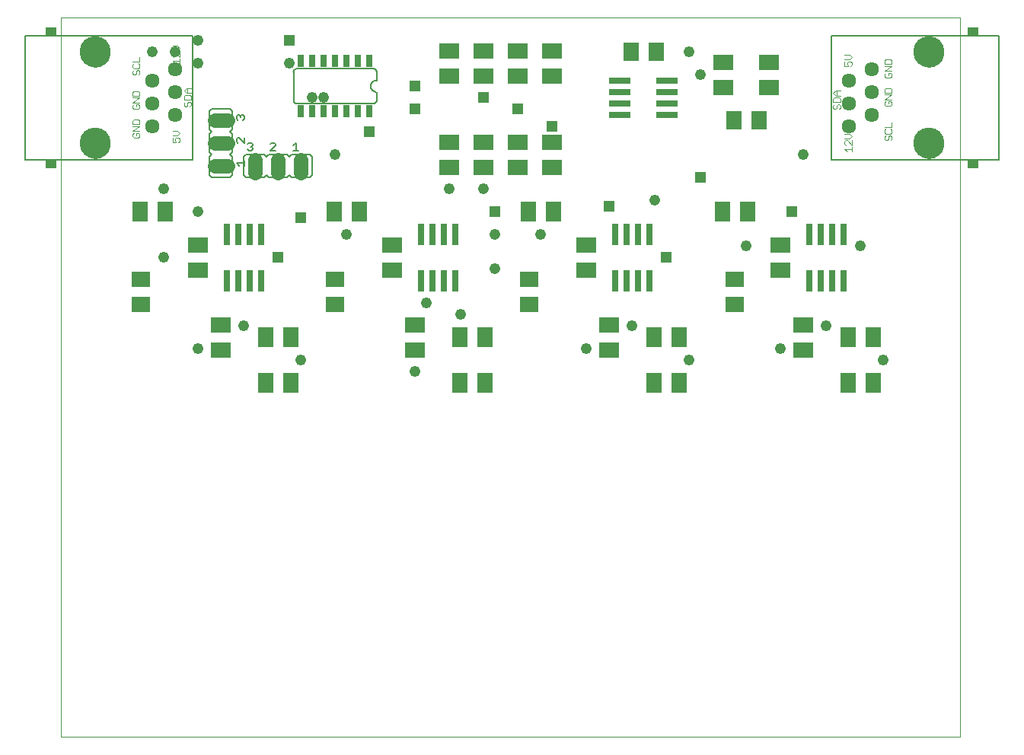
<source format=gto>
G75*
%MOIN*%
%OFA0B0*%
%FSLAX24Y24*%
%IPPOS*%
%LPD*%
%AMOC8*
5,1,8,0,0,1.08239X$1,22.5*
%
%ADD10C,0.0000*%
%ADD11R,0.0867X0.0710*%
%ADD12R,0.0710X0.0867*%
%ADD13R,0.0710X0.0789*%
%ADD14R,0.0789X0.0710*%
%ADD15C,0.0080*%
%ADD16C,0.0634*%
%ADD17C,0.0010*%
%ADD18R,0.0450X0.0364*%
%ADD19C,0.1360*%
%ADD20C,0.0060*%
%ADD21C,0.0640*%
%ADD22C,0.0050*%
%ADD23R,0.0316X0.0552*%
%ADD24R,0.0316X0.0946*%
%ADD25R,0.0946X0.0316*%
%ADD26C,0.0476*%
%ADD27R,0.0476X0.0476*%
%ADD28C,0.0480*%
D10*
X001704Y000220D02*
X001704Y031716D01*
X041074Y031716D01*
X041074Y000220D01*
X001704Y000220D01*
X002564Y026220D02*
X002566Y026270D01*
X002572Y026320D01*
X002582Y026369D01*
X002595Y026418D01*
X002613Y026465D01*
X002634Y026511D01*
X002658Y026554D01*
X002686Y026596D01*
X002717Y026636D01*
X002751Y026673D01*
X002788Y026707D01*
X002828Y026738D01*
X002870Y026766D01*
X002913Y026790D01*
X002959Y026811D01*
X003006Y026829D01*
X003055Y026842D01*
X003104Y026852D01*
X003154Y026858D01*
X003204Y026860D01*
X003254Y026858D01*
X003304Y026852D01*
X003353Y026842D01*
X003402Y026829D01*
X003449Y026811D01*
X003495Y026790D01*
X003538Y026766D01*
X003580Y026738D01*
X003620Y026707D01*
X003657Y026673D01*
X003691Y026636D01*
X003722Y026596D01*
X003750Y026554D01*
X003774Y026511D01*
X003795Y026465D01*
X003813Y026418D01*
X003826Y026369D01*
X003836Y026320D01*
X003842Y026270D01*
X003844Y026220D01*
X003842Y026170D01*
X003836Y026120D01*
X003826Y026071D01*
X003813Y026022D01*
X003795Y025975D01*
X003774Y025929D01*
X003750Y025886D01*
X003722Y025844D01*
X003691Y025804D01*
X003657Y025767D01*
X003620Y025733D01*
X003580Y025702D01*
X003538Y025674D01*
X003495Y025650D01*
X003449Y025629D01*
X003402Y025611D01*
X003353Y025598D01*
X003304Y025588D01*
X003254Y025582D01*
X003204Y025580D01*
X003154Y025582D01*
X003104Y025588D01*
X003055Y025598D01*
X003006Y025611D01*
X002959Y025629D01*
X002913Y025650D01*
X002870Y025674D01*
X002828Y025702D01*
X002788Y025733D01*
X002751Y025767D01*
X002717Y025804D01*
X002686Y025844D01*
X002658Y025886D01*
X002634Y025929D01*
X002613Y025975D01*
X002595Y026022D01*
X002582Y026071D01*
X002572Y026120D01*
X002566Y026170D01*
X002564Y026220D01*
X002564Y030220D02*
X002566Y030270D01*
X002572Y030320D01*
X002582Y030369D01*
X002595Y030418D01*
X002613Y030465D01*
X002634Y030511D01*
X002658Y030554D01*
X002686Y030596D01*
X002717Y030636D01*
X002751Y030673D01*
X002788Y030707D01*
X002828Y030738D01*
X002870Y030766D01*
X002913Y030790D01*
X002959Y030811D01*
X003006Y030829D01*
X003055Y030842D01*
X003104Y030852D01*
X003154Y030858D01*
X003204Y030860D01*
X003254Y030858D01*
X003304Y030852D01*
X003353Y030842D01*
X003402Y030829D01*
X003449Y030811D01*
X003495Y030790D01*
X003538Y030766D01*
X003580Y030738D01*
X003620Y030707D01*
X003657Y030673D01*
X003691Y030636D01*
X003722Y030596D01*
X003750Y030554D01*
X003774Y030511D01*
X003795Y030465D01*
X003813Y030418D01*
X003826Y030369D01*
X003836Y030320D01*
X003842Y030270D01*
X003844Y030220D01*
X003842Y030170D01*
X003836Y030120D01*
X003826Y030071D01*
X003813Y030022D01*
X003795Y029975D01*
X003774Y029929D01*
X003750Y029886D01*
X003722Y029844D01*
X003691Y029804D01*
X003657Y029767D01*
X003620Y029733D01*
X003580Y029702D01*
X003538Y029674D01*
X003495Y029650D01*
X003449Y029629D01*
X003402Y029611D01*
X003353Y029598D01*
X003304Y029588D01*
X003254Y029582D01*
X003204Y029580D01*
X003154Y029582D01*
X003104Y029588D01*
X003055Y029598D01*
X003006Y029611D01*
X002959Y029629D01*
X002913Y029650D01*
X002870Y029674D01*
X002828Y029702D01*
X002788Y029733D01*
X002751Y029767D01*
X002717Y029804D01*
X002686Y029844D01*
X002658Y029886D01*
X002634Y029929D01*
X002613Y029975D01*
X002595Y030022D01*
X002582Y030071D01*
X002572Y030120D01*
X002566Y030170D01*
X002564Y030220D01*
X039064Y030220D02*
X039066Y030270D01*
X039072Y030320D01*
X039082Y030369D01*
X039095Y030418D01*
X039113Y030465D01*
X039134Y030511D01*
X039158Y030554D01*
X039186Y030596D01*
X039217Y030636D01*
X039251Y030673D01*
X039288Y030707D01*
X039328Y030738D01*
X039370Y030766D01*
X039413Y030790D01*
X039459Y030811D01*
X039506Y030829D01*
X039555Y030842D01*
X039604Y030852D01*
X039654Y030858D01*
X039704Y030860D01*
X039754Y030858D01*
X039804Y030852D01*
X039853Y030842D01*
X039902Y030829D01*
X039949Y030811D01*
X039995Y030790D01*
X040038Y030766D01*
X040080Y030738D01*
X040120Y030707D01*
X040157Y030673D01*
X040191Y030636D01*
X040222Y030596D01*
X040250Y030554D01*
X040274Y030511D01*
X040295Y030465D01*
X040313Y030418D01*
X040326Y030369D01*
X040336Y030320D01*
X040342Y030270D01*
X040344Y030220D01*
X040342Y030170D01*
X040336Y030120D01*
X040326Y030071D01*
X040313Y030022D01*
X040295Y029975D01*
X040274Y029929D01*
X040250Y029886D01*
X040222Y029844D01*
X040191Y029804D01*
X040157Y029767D01*
X040120Y029733D01*
X040080Y029702D01*
X040038Y029674D01*
X039995Y029650D01*
X039949Y029629D01*
X039902Y029611D01*
X039853Y029598D01*
X039804Y029588D01*
X039754Y029582D01*
X039704Y029580D01*
X039654Y029582D01*
X039604Y029588D01*
X039555Y029598D01*
X039506Y029611D01*
X039459Y029629D01*
X039413Y029650D01*
X039370Y029674D01*
X039328Y029702D01*
X039288Y029733D01*
X039251Y029767D01*
X039217Y029804D01*
X039186Y029844D01*
X039158Y029886D01*
X039134Y029929D01*
X039113Y029975D01*
X039095Y030022D01*
X039082Y030071D01*
X039072Y030120D01*
X039066Y030170D01*
X039064Y030220D01*
X039064Y026220D02*
X039066Y026270D01*
X039072Y026320D01*
X039082Y026369D01*
X039095Y026418D01*
X039113Y026465D01*
X039134Y026511D01*
X039158Y026554D01*
X039186Y026596D01*
X039217Y026636D01*
X039251Y026673D01*
X039288Y026707D01*
X039328Y026738D01*
X039370Y026766D01*
X039413Y026790D01*
X039459Y026811D01*
X039506Y026829D01*
X039555Y026842D01*
X039604Y026852D01*
X039654Y026858D01*
X039704Y026860D01*
X039754Y026858D01*
X039804Y026852D01*
X039853Y026842D01*
X039902Y026829D01*
X039949Y026811D01*
X039995Y026790D01*
X040038Y026766D01*
X040080Y026738D01*
X040120Y026707D01*
X040157Y026673D01*
X040191Y026636D01*
X040222Y026596D01*
X040250Y026554D01*
X040274Y026511D01*
X040295Y026465D01*
X040313Y026418D01*
X040326Y026369D01*
X040336Y026320D01*
X040342Y026270D01*
X040344Y026220D01*
X040342Y026170D01*
X040336Y026120D01*
X040326Y026071D01*
X040313Y026022D01*
X040295Y025975D01*
X040274Y025929D01*
X040250Y025886D01*
X040222Y025844D01*
X040191Y025804D01*
X040157Y025767D01*
X040120Y025733D01*
X040080Y025702D01*
X040038Y025674D01*
X039995Y025650D01*
X039949Y025629D01*
X039902Y025611D01*
X039853Y025598D01*
X039804Y025588D01*
X039754Y025582D01*
X039704Y025580D01*
X039654Y025582D01*
X039604Y025588D01*
X039555Y025598D01*
X039506Y025611D01*
X039459Y025629D01*
X039413Y025650D01*
X039370Y025674D01*
X039328Y025702D01*
X039288Y025733D01*
X039251Y025767D01*
X039217Y025804D01*
X039186Y025844D01*
X039158Y025886D01*
X039134Y025929D01*
X039113Y025975D01*
X039095Y026022D01*
X039082Y026071D01*
X039072Y026120D01*
X039066Y026170D01*
X039064Y026220D01*
D11*
X033204Y021771D03*
X033204Y020669D03*
X034204Y018271D03*
X034204Y017169D03*
X025704Y017169D03*
X025704Y018271D03*
X024704Y020669D03*
X024704Y021771D03*
X023204Y025169D03*
X023204Y026271D03*
X021704Y026271D03*
X020204Y026271D03*
X020204Y025169D03*
X021704Y025169D03*
X018704Y025169D03*
X018704Y026271D03*
X018704Y029169D03*
X018704Y030271D03*
X020204Y030271D03*
X020204Y029169D03*
X021704Y029169D03*
X021704Y030271D03*
X023204Y030271D03*
X023204Y029169D03*
X030704Y028669D03*
X030704Y029771D03*
X032704Y029771D03*
X032704Y028669D03*
X017204Y018271D03*
X017204Y017169D03*
X016204Y020669D03*
X016204Y021771D03*
X008704Y018271D03*
X008704Y017169D03*
X007704Y020669D03*
X007704Y021771D03*
D12*
X006255Y023220D03*
X005153Y023220D03*
X010653Y017720D03*
X011755Y017720D03*
X011755Y015720D03*
X010653Y015720D03*
X019153Y015720D03*
X020255Y015720D03*
X020255Y017720D03*
X019153Y017720D03*
X022153Y023220D03*
X023255Y023220D03*
X027653Y017720D03*
X028755Y017720D03*
X028755Y015720D03*
X027653Y015720D03*
X036153Y015720D03*
X037255Y015720D03*
X037255Y017720D03*
X036153Y017720D03*
X031755Y023220D03*
X030653Y023220D03*
X014755Y023220D03*
X013653Y023220D03*
D13*
X026653Y030220D03*
X027755Y030220D03*
X031153Y027220D03*
X032255Y027220D03*
D14*
X031204Y020271D03*
X031204Y019169D03*
X022204Y019169D03*
X022204Y020271D03*
X013704Y020271D03*
X013704Y019169D03*
X005204Y019169D03*
X005204Y020271D03*
D15*
X007463Y025513D02*
X000140Y025513D01*
X000140Y030927D01*
X007463Y030927D01*
X007463Y025513D01*
X011884Y028104D02*
X011884Y029336D01*
X011883Y029336D02*
X011882Y029357D01*
X011884Y029378D01*
X011889Y029398D01*
X011897Y029417D01*
X011908Y029434D01*
X011921Y029450D01*
X011937Y029463D01*
X011955Y029474D01*
X011974Y029482D01*
X011994Y029487D01*
X011994Y029486D02*
X015374Y029486D01*
X015374Y029487D02*
X015395Y029488D01*
X015416Y029486D01*
X015436Y029481D01*
X015455Y029473D01*
X015472Y029462D01*
X015488Y029449D01*
X015501Y029433D01*
X015512Y029415D01*
X015520Y029396D01*
X015525Y029376D01*
X015524Y029376D02*
X015524Y028980D01*
X015504Y028980D02*
X015474Y028978D01*
X015444Y028973D01*
X015415Y028964D01*
X015388Y028951D01*
X015362Y028936D01*
X015338Y028917D01*
X015317Y028896D01*
X015298Y028872D01*
X015283Y028846D01*
X015270Y028819D01*
X015261Y028790D01*
X015256Y028760D01*
X015254Y028730D01*
X015256Y028700D01*
X015261Y028670D01*
X015270Y028641D01*
X015283Y028614D01*
X015298Y028588D01*
X015317Y028564D01*
X015338Y028543D01*
X015362Y028524D01*
X015388Y028509D01*
X015415Y028496D01*
X015444Y028487D01*
X015474Y028482D01*
X015504Y028480D01*
X015524Y028480D02*
X015524Y028148D01*
X015524Y028143D02*
X015525Y028118D01*
X015523Y028094D01*
X015517Y028070D01*
X015508Y028048D01*
X015495Y028027D01*
X015480Y028008D01*
X015462Y027991D01*
X015442Y027977D01*
X015421Y027966D01*
X015398Y027958D01*
X015374Y027953D01*
X015374Y027954D02*
X012034Y027954D01*
X012011Y027956D01*
X011988Y027961D01*
X011966Y027970D01*
X011946Y027983D01*
X011928Y027998D01*
X011913Y028016D01*
X011900Y028036D01*
X011891Y028058D01*
X011886Y028081D01*
X011884Y028104D01*
X035444Y025513D02*
X042768Y025513D01*
X042768Y030927D01*
X035444Y030927D01*
X035444Y025513D01*
D16*
X036204Y026970D03*
X037204Y027470D03*
X036204Y027970D03*
X037204Y028470D03*
X036204Y028970D03*
X037204Y029470D03*
X006704Y029470D03*
X005704Y028970D03*
X006704Y028470D03*
X005704Y027970D03*
X006704Y027470D03*
X005704Y026970D03*
D17*
X005144Y026968D02*
X004834Y026761D01*
X005144Y026761D01*
X005092Y026673D02*
X004989Y026673D01*
X004989Y026569D01*
X005092Y026466D02*
X005144Y026518D01*
X005144Y026621D01*
X005092Y026673D01*
X004885Y026673D02*
X004834Y026621D01*
X004834Y026518D01*
X004885Y026466D01*
X005092Y026466D01*
X005144Y026968D02*
X004834Y026968D01*
X004834Y027055D02*
X004834Y027210D01*
X004885Y027262D01*
X005092Y027262D01*
X005144Y027210D01*
X005144Y027055D01*
X004834Y027055D01*
X004885Y027716D02*
X005092Y027716D01*
X005144Y027768D01*
X005144Y027871D01*
X005092Y027923D01*
X004989Y027923D01*
X004989Y027819D01*
X004885Y027716D02*
X004834Y027768D01*
X004834Y027871D01*
X004885Y027923D01*
X004834Y028011D02*
X005144Y028218D01*
X004834Y028218D01*
X004834Y028305D02*
X004834Y028460D01*
X004885Y028512D01*
X005092Y028512D01*
X005144Y028460D01*
X005144Y028305D01*
X004834Y028305D01*
X004834Y028011D02*
X005144Y028011D01*
X005092Y029216D02*
X005144Y029268D01*
X005144Y029371D01*
X005092Y029423D01*
X005040Y029423D01*
X004989Y029371D01*
X004989Y029268D01*
X004937Y029216D01*
X004885Y029216D01*
X004834Y029268D01*
X004834Y029371D01*
X004885Y029423D01*
X004885Y029511D02*
X005092Y029511D01*
X005144Y029562D01*
X005144Y029666D01*
X005092Y029718D01*
X005144Y029805D02*
X005144Y030012D01*
X005144Y029805D02*
X004834Y029805D01*
X004885Y029718D02*
X004834Y029666D01*
X004834Y029562D01*
X004885Y029511D01*
X006584Y029819D02*
X006687Y029716D01*
X006584Y029819D02*
X006894Y029819D01*
X006894Y029716D02*
X006894Y029923D01*
X006894Y030011D02*
X006687Y030218D01*
X006635Y030218D01*
X006584Y030166D01*
X006584Y030062D01*
X006635Y030011D01*
X006894Y030011D02*
X006894Y030218D01*
X006790Y030305D02*
X006894Y030409D01*
X006790Y030512D01*
X006584Y030512D01*
X006584Y030305D02*
X006790Y030305D01*
X007187Y028637D02*
X007394Y028637D01*
X007239Y028637D02*
X007239Y028430D01*
X007187Y028430D02*
X007084Y028534D01*
X007187Y028637D01*
X007187Y028430D02*
X007394Y028430D01*
X007342Y028343D02*
X007135Y028343D01*
X007084Y028291D01*
X007084Y028136D01*
X007394Y028136D01*
X007394Y028291D01*
X007342Y028343D01*
X007342Y028048D02*
X007290Y028048D01*
X007239Y027996D01*
X007239Y027893D01*
X007187Y027841D01*
X007135Y027841D01*
X007084Y027893D01*
X007084Y027996D01*
X007135Y028048D01*
X007342Y028048D02*
X007394Y027996D01*
X007394Y027893D01*
X007342Y027841D01*
X006790Y026762D02*
X006584Y026762D01*
X006790Y026762D02*
X006894Y026659D01*
X006790Y026555D01*
X006584Y026555D01*
X006584Y026468D02*
X006584Y026261D01*
X006739Y026261D01*
X006687Y026364D01*
X006687Y026416D01*
X006739Y026468D01*
X006842Y026468D01*
X006894Y026416D01*
X006894Y026312D01*
X006842Y026261D01*
X035514Y027777D02*
X035565Y027725D01*
X035617Y027725D01*
X035669Y027777D01*
X035669Y027880D01*
X035720Y027932D01*
X035772Y027932D01*
X035824Y027880D01*
X035824Y027777D01*
X035772Y027725D01*
X035514Y027777D02*
X035514Y027880D01*
X035565Y027932D01*
X035514Y028020D02*
X035514Y028175D01*
X035565Y028226D01*
X035772Y028226D01*
X035824Y028175D01*
X035824Y028020D01*
X035514Y028020D01*
X035617Y028314D02*
X035514Y028418D01*
X035617Y028521D01*
X035824Y028521D01*
X035669Y028521D02*
X035669Y028314D01*
X035617Y028314D02*
X035824Y028314D01*
X036014Y029600D02*
X036169Y029600D01*
X036117Y029703D01*
X036117Y029755D01*
X036169Y029807D01*
X036272Y029807D01*
X036324Y029755D01*
X036324Y029652D01*
X036272Y029600D01*
X036014Y029600D02*
X036014Y029807D01*
X036014Y029895D02*
X036220Y029895D01*
X036324Y029998D01*
X036220Y030101D01*
X036014Y030101D01*
X037764Y029844D02*
X037764Y029689D01*
X038074Y029689D01*
X038074Y029844D01*
X038022Y029896D01*
X037815Y029896D01*
X037764Y029844D01*
X037764Y029601D02*
X038074Y029601D01*
X037764Y029395D01*
X038074Y029395D01*
X038022Y029307D02*
X037919Y029307D01*
X037919Y029203D01*
X038022Y029100D02*
X038074Y029152D01*
X038074Y029255D01*
X038022Y029307D01*
X037815Y029307D02*
X037764Y029255D01*
X037764Y029152D01*
X037815Y029100D01*
X038022Y029100D01*
X038022Y028646D02*
X037815Y028646D01*
X037764Y028594D01*
X037764Y028439D01*
X038074Y028439D01*
X038074Y028594D01*
X038022Y028646D01*
X038074Y028351D02*
X037764Y028351D01*
X037764Y028145D02*
X038074Y028351D01*
X038074Y028145D02*
X037764Y028145D01*
X037815Y028057D02*
X037764Y028005D01*
X037764Y027902D01*
X037815Y027850D01*
X038022Y027850D01*
X038074Y027902D01*
X038074Y028005D01*
X038022Y028057D01*
X037919Y028057D01*
X037919Y027953D01*
X038074Y027146D02*
X038074Y026939D01*
X037764Y026939D01*
X037815Y026851D02*
X037764Y026800D01*
X037764Y026696D01*
X037815Y026645D01*
X038022Y026645D01*
X038074Y026696D01*
X038074Y026800D01*
X038022Y026851D01*
X038022Y026557D02*
X038074Y026505D01*
X038074Y026402D01*
X038022Y026350D01*
X037919Y026402D02*
X037919Y026505D01*
X037970Y026557D01*
X038022Y026557D01*
X037919Y026402D02*
X037867Y026350D01*
X037815Y026350D01*
X037764Y026402D01*
X037764Y026505D01*
X037815Y026557D01*
X036324Y026543D02*
X036220Y026646D01*
X036014Y026646D01*
X036014Y026439D02*
X036220Y026439D01*
X036324Y026543D01*
X036324Y026351D02*
X036324Y026145D01*
X036117Y026351D01*
X036065Y026351D01*
X036014Y026300D01*
X036014Y026196D01*
X036065Y026145D01*
X036014Y025953D02*
X036324Y025953D01*
X036324Y025850D02*
X036324Y026057D01*
X036117Y025850D02*
X036014Y025953D01*
D18*
X041638Y025302D03*
X041638Y031138D03*
X001269Y031138D03*
X001269Y025302D03*
D19*
X003204Y026220D03*
X003204Y030220D03*
X039704Y030220D03*
X039704Y026220D03*
D20*
X012704Y025620D02*
X012704Y024820D01*
X012604Y024720D01*
X011804Y024720D01*
X011704Y024820D01*
X011604Y024720D01*
X010804Y024720D01*
X010704Y024820D01*
X010604Y024720D01*
X009804Y024720D01*
X009704Y024820D01*
X009704Y025620D01*
X009804Y025720D01*
X010604Y025720D01*
X010704Y025620D01*
X010804Y025720D01*
X011604Y025720D01*
X011704Y025620D01*
X011804Y025720D01*
X012604Y025720D01*
X012704Y025620D01*
X009204Y025620D02*
X009204Y024820D01*
X009104Y024720D01*
X008304Y024720D01*
X008204Y024820D01*
X008204Y025620D01*
X008304Y025720D01*
X008204Y025820D01*
X008204Y026620D01*
X008304Y026720D01*
X008204Y026820D01*
X008204Y027620D01*
X008304Y027720D01*
X009104Y027720D01*
X009204Y027620D01*
X009204Y026820D01*
X009104Y026720D01*
X009204Y026620D01*
X009204Y025820D01*
X009104Y025720D01*
X009204Y025620D01*
D21*
X008984Y026220D02*
X008424Y026220D01*
X008424Y025220D02*
X008984Y025220D01*
X010204Y025500D02*
X010204Y024940D01*
X011204Y024940D02*
X011204Y025500D01*
X012204Y025500D02*
X012204Y024940D01*
X008984Y027220D02*
X008424Y027220D01*
D22*
X009388Y027302D02*
X009388Y027415D01*
X009445Y027472D01*
X009502Y027472D01*
X009559Y027415D01*
X009615Y027472D01*
X009672Y027472D01*
X009729Y027415D01*
X009729Y027302D01*
X009672Y027245D01*
X009559Y027358D02*
X009559Y027415D01*
X009445Y027245D02*
X009388Y027302D01*
X009445Y026472D02*
X009388Y026415D01*
X009388Y026302D01*
X009445Y026245D01*
X009445Y026472D02*
X009502Y026472D01*
X009729Y026245D01*
X009729Y026472D01*
X009926Y026245D02*
X010040Y026245D01*
X010097Y026189D01*
X010097Y026132D01*
X010040Y026075D01*
X010097Y026018D01*
X010097Y025962D01*
X010040Y025905D01*
X009926Y025905D01*
X009870Y025962D01*
X009983Y026075D02*
X010040Y026075D01*
X009870Y026189D02*
X009926Y026245D01*
X009729Y025472D02*
X009729Y025245D01*
X009729Y025358D02*
X009388Y025358D01*
X009502Y025245D01*
X010870Y025905D02*
X011097Y026132D01*
X011097Y026189D01*
X011040Y026245D01*
X010926Y026245D01*
X010870Y026189D01*
X010870Y025905D02*
X011097Y025905D01*
X011870Y025905D02*
X012097Y025905D01*
X011983Y025905D02*
X011983Y026245D01*
X011870Y026132D01*
D23*
X012204Y027618D03*
X012704Y027618D03*
X013204Y027618D03*
X013704Y027618D03*
X014204Y027618D03*
X014704Y027618D03*
X015204Y027618D03*
X015204Y029822D03*
X014704Y029822D03*
X014204Y029822D03*
X013704Y029822D03*
X013204Y029822D03*
X012704Y029822D03*
X012204Y029822D03*
D24*
X010454Y022244D03*
X009954Y022244D03*
X009454Y022244D03*
X008954Y022244D03*
X008954Y020196D03*
X009454Y020196D03*
X009954Y020196D03*
X010454Y020196D03*
X017454Y020196D03*
X017954Y020196D03*
X018454Y020196D03*
X018954Y020196D03*
X018954Y022244D03*
X018454Y022244D03*
X017954Y022244D03*
X017454Y022244D03*
X025954Y022244D03*
X026454Y022244D03*
X026954Y022244D03*
X027454Y022244D03*
X027454Y020196D03*
X026954Y020196D03*
X026454Y020196D03*
X025954Y020196D03*
X034454Y020196D03*
X034954Y020196D03*
X035454Y020196D03*
X035954Y020196D03*
X035954Y022244D03*
X035454Y022244D03*
X034954Y022244D03*
X034454Y022244D03*
D25*
X028227Y027470D03*
X028227Y027970D03*
X028227Y028470D03*
X028227Y028970D03*
X026180Y028970D03*
X026180Y028470D03*
X026180Y027970D03*
X026180Y027470D03*
D26*
X027704Y023720D03*
X020704Y022220D03*
X020704Y020720D03*
X020204Y024220D03*
X007704Y023220D03*
D27*
X011204Y021220D03*
X012204Y022970D03*
X015204Y026720D03*
X017204Y027720D03*
X017204Y028720D03*
X020204Y028220D03*
X021704Y027720D03*
X023204Y026970D03*
X025704Y023470D03*
X028204Y021220D03*
X029704Y024720D03*
X033704Y023220D03*
X020704Y023220D03*
X011704Y030720D03*
D28*
X011704Y029720D03*
X012704Y028220D03*
X013204Y028220D03*
X013704Y025720D03*
X014204Y022220D03*
X017704Y019220D03*
X019204Y018720D03*
X017204Y016220D03*
X012204Y016720D03*
X009704Y018220D03*
X007704Y017220D03*
X006204Y021220D03*
X006204Y024220D03*
X007704Y029720D03*
X006704Y030220D03*
X005704Y030220D03*
X007704Y030720D03*
X018704Y024220D03*
X022704Y022220D03*
X026704Y018220D03*
X024704Y017220D03*
X029204Y016720D03*
X033204Y017220D03*
X035204Y018220D03*
X037704Y016720D03*
X036704Y021720D03*
X031704Y021720D03*
X034204Y025720D03*
X029704Y029220D03*
X029204Y030220D03*
M02*

</source>
